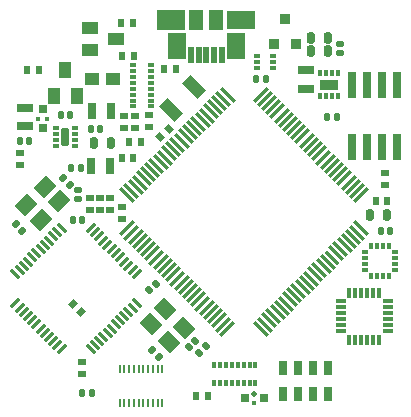
<source format=gtp>
G04 Layer_Color=8421504*
%FSLAX42Y42*%
%MOMM*%
G71*
G01*
G75*
%ADD65R,0.46X0.46*%
%ADD106R,0.56X0.66*%
%ADD107R,0.66X0.56*%
G04:AMPARAMS|DCode=108|XSize=0.56mm|YSize=0.66mm|CornerRadius=0mm|HoleSize=0mm|Usage=FLASHONLY|Rotation=225.000|XOffset=0mm|YOffset=0mm|HoleType=Round|Shape=Rectangle|*
%AMROTATEDRECTD108*
4,1,4,-0.04,0.43,0.43,-0.04,0.04,-0.43,-0.43,0.04,-0.04,0.43,0.0*
%
%ADD108ROTATEDRECTD108*%

%ADD109R,0.25X0.76*%
%ADD110R,0.36X0.56*%
%ADD111R,1.65X0.97*%
%ADD112R,0.66X0.66*%
G04:AMPARAMS|DCode=113|XSize=0.46mm|YSize=0.46mm|CornerRadius=0.13mm|HoleSize=0mm|Usage=FLASHONLY|Rotation=0.000|XOffset=0mm|YOffset=0mm|HoleType=Round|Shape=RoundedRectangle|*
%AMROUNDEDRECTD113*
21,1,0.46,0.20,0,0,0.0*
21,1,0.20,0.46,0,0,0.0*
1,1,0.25,0.10,-0.10*
1,1,0.25,-0.10,-0.10*
1,1,0.25,-0.10,0.10*
1,1,0.25,0.10,0.10*
%
%ADD113ROUNDEDRECTD113*%
%ADD114R,0.46X0.46*%
%ADD115R,0.66X0.66*%
G04:AMPARAMS|DCode=116|XSize=1.07mm|YSize=1.85mm|CornerRadius=0mm|HoleSize=0mm|Usage=FLASHONLY|Rotation=45.000|XOffset=0mm|YOffset=0mm|HoleType=Round|Shape=Rectangle|*
%AMROTATEDRECTD116*
4,1,4,0.28,-1.03,-1.03,0.28,-0.28,1.03,1.03,-0.28,0.28,-1.03,0.0*
%
%ADD116ROTATEDRECTD116*%

%ADD117R,0.86X0.97*%
G04:AMPARAMS|DCode=118|XSize=0.66mm|YSize=0.97mm|CornerRadius=0.18mm|HoleSize=0mm|Usage=FLASHONLY|Rotation=180.000|XOffset=0mm|YOffset=0mm|HoleType=Round|Shape=RoundedRectangle|*
%AMROUNDEDRECTD118*
21,1,0.66,0.61,0,0,180.0*
21,1,0.30,0.97,0,0,180.0*
1,1,0.36,-0.15,0.30*
1,1,0.36,0.15,0.30*
1,1,0.36,0.15,-0.30*
1,1,0.36,-0.15,-0.30*
%
%ADD118ROUNDEDRECTD118*%
G04:AMPARAMS|DCode=119|XSize=0.76mm|YSize=1.37mm|CornerRadius=0.2mm|HoleSize=0mm|Usage=FLASHONLY|Rotation=90.000|XOffset=0mm|YOffset=0mm|HoleType=Round|Shape=RoundedRectangle|*
%AMROUNDEDRECTD119*
21,1,0.76,0.97,0,0,90.0*
21,1,0.36,1.37,0,0,90.0*
1,1,0.41,0.48,0.18*
1,1,0.41,0.48,-0.18*
1,1,0.41,-0.48,-0.18*
1,1,0.41,-0.48,0.18*
%
%ADD119ROUNDEDRECTD119*%
G04:AMPARAMS|DCode=120|XSize=0.56mm|YSize=0.66mm|CornerRadius=0.15mm|HoleSize=0mm|Usage=FLASHONLY|Rotation=90.000|XOffset=0mm|YOffset=0mm|HoleType=Round|Shape=RoundedRectangle|*
%AMROUNDEDRECTD120*
21,1,0.56,0.36,0,0,90.0*
21,1,0.25,0.66,0,0,90.0*
1,1,0.30,0.18,0.13*
1,1,0.30,0.18,-0.13*
1,1,0.30,-0.18,-0.13*
1,1,0.30,-0.18,0.13*
%
%ADD120ROUNDEDRECTD120*%
G04:AMPARAMS|DCode=121|XSize=0.56mm|YSize=0.66mm|CornerRadius=0.15mm|HoleSize=0mm|Usage=FLASHONLY|Rotation=0.000|XOffset=0mm|YOffset=0mm|HoleType=Round|Shape=RoundedRectangle|*
%AMROUNDEDRECTD121*
21,1,0.56,0.36,0,0,0.0*
21,1,0.25,0.66,0,0,0.0*
1,1,0.30,0.13,-0.18*
1,1,0.30,-0.13,-0.18*
1,1,0.30,-0.13,0.18*
1,1,0.30,0.13,0.18*
%
%ADD121ROUNDEDRECTD121*%
%ADD122R,0.51X0.36*%
%ADD123R,0.36X0.51*%
%ADD124R,0.43X0.56*%
%ADD125R,0.30X0.56*%
%ADD126R,0.86X0.36*%
%ADD127R,0.36X0.86*%
%ADD128R,1.47X1.07*%
%ADD129R,0.56X0.43*%
%ADD130R,0.56X0.30*%
%ADD131R,1.07X1.47*%
%ADD132R,1.17X1.07*%
G04:AMPARAMS|DCode=133|XSize=0.76mm|YSize=1.37mm|CornerRadius=0.2mm|HoleSize=0mm|Usage=FLASHONLY|Rotation=0.000|XOffset=0mm|YOffset=0mm|HoleType=Round|Shape=RoundedRectangle|*
%AMROUNDEDRECTD133*
21,1,0.76,0.97,0,0,0.0*
21,1,0.36,1.37,0,0,0.0*
1,1,0.41,0.18,-0.48*
1,1,0.41,-0.18,-0.48*
1,1,0.41,-0.18,0.48*
1,1,0.41,0.18,0.48*
%
%ADD133ROUNDEDRECTD133*%
%ADD134R,0.56X0.36*%
G04:AMPARAMS|DCode=135|XSize=0.56mm|YSize=0.36mm|CornerRadius=0.09mm|HoleSize=0mm|Usage=FLASHONLY|Rotation=0.000|XOffset=0mm|YOffset=0mm|HoleType=Round|Shape=RoundedRectangle|*
%AMROUNDEDRECTD135*
21,1,0.56,0.18,0,0,0.0*
21,1,0.39,0.36,0,0,0.0*
1,1,0.17,0.19,-0.09*
1,1,0.17,-0.19,-0.09*
1,1,0.17,-0.19,0.09*
1,1,0.17,0.19,0.09*
%
%ADD135ROUNDEDRECTD135*%
G04:AMPARAMS|DCode=136|XSize=0.76mm|YSize=1.47mm|CornerRadius=0.17mm|HoleSize=0mm|Usage=FLASHONLY|Rotation=0.000|XOffset=0mm|YOffset=0mm|HoleType=Round|Shape=RoundedRectangle|*
%AMROUNDEDRECTD136*
21,1,0.76,1.14,0,0,0.0*
21,1,0.43,1.47,0,0,0.0*
1,1,0.34,0.21,-0.57*
1,1,0.34,-0.21,-0.57*
1,1,0.34,-0.21,0.57*
1,1,0.34,0.21,0.57*
%
%ADD136ROUNDEDRECTD136*%
%ADD137R,0.51X0.36*%
%ADD138R,0.66X2.26*%
G04:AMPARAMS|DCode=139|XSize=0.36mm|YSize=1.57mm|CornerRadius=0mm|HoleSize=0mm|Usage=FLASHONLY|Rotation=45.000|XOffset=0mm|YOffset=0mm|HoleType=Round|Shape=Rectangle|*
%AMROTATEDRECTD139*
4,1,4,0.43,-0.68,-0.68,0.43,-0.43,0.68,0.68,-0.43,0.43,-0.68,0.0*
%
%ADD139ROTATEDRECTD139*%

G04:AMPARAMS|DCode=140|XSize=1.57mm|YSize=0.36mm|CornerRadius=0mm|HoleSize=0mm|Usage=FLASHONLY|Rotation=45.000|XOffset=0mm|YOffset=0mm|HoleType=Round|Shape=Rectangle|*
%AMROTATEDRECTD140*
4,1,4,-0.43,-0.68,-0.68,-0.43,0.43,0.68,0.68,0.43,-0.43,-0.68,0.0*
%
%ADD140ROTATEDRECTD140*%

G04:AMPARAMS|DCode=141|XSize=0.36mm|YSize=1.55mm|CornerRadius=0mm|HoleSize=0mm|Usage=FLASHONLY|Rotation=45.000|XOffset=0mm|YOffset=0mm|HoleType=Round|Shape=Rectangle|*
%AMROTATEDRECTD141*
4,1,4,0.42,-0.67,-0.67,0.42,-0.42,0.67,0.67,-0.42,0.42,-0.67,0.0*
%
%ADD141ROTATEDRECTD141*%

%ADD142R,0.51X1.35*%
%ADD143R,1.55X2.16*%
%ADD144R,2.44X1.65*%
%ADD145R,2.44X1.66*%
%ADD146R,1.24X1.66*%
G04:AMPARAMS|DCode=147|XSize=0.56mm|YSize=0.66mm|CornerRadius=0.15mm|HoleSize=0mm|Usage=FLASHONLY|Rotation=315.000|XOffset=0mm|YOffset=0mm|HoleType=Round|Shape=RoundedRectangle|*
%AMROUNDEDRECTD147*
21,1,0.56,0.36,0,0,315.0*
21,1,0.25,0.66,0,0,315.0*
1,1,0.30,-0.04,-0.22*
1,1,0.30,-0.22,-0.04*
1,1,0.30,0.04,0.22*
1,1,0.30,0.22,0.04*
%
%ADD147ROUNDEDRECTD147*%
G04:AMPARAMS|DCode=148|XSize=1.47mm|YSize=1.27mm|CornerRadius=0mm|HoleSize=0mm|Usage=FLASHONLY|Rotation=45.000|XOffset=0mm|YOffset=0mm|HoleType=Round|Shape=Rectangle|*
%AMROTATEDRECTD148*
4,1,4,-0.07,-0.97,-0.97,-0.07,0.07,0.97,0.97,0.07,-0.07,-0.97,0.0*
%
%ADD148ROTATEDRECTD148*%

G04:AMPARAMS|DCode=149|XSize=1.07mm|YSize=0.3mm|CornerRadius=0mm|HoleSize=0mm|Usage=FLASHONLY|Rotation=225.000|XOffset=0mm|YOffset=0mm|HoleType=Round|Shape=Rectangle|*
%AMROTATEDRECTD149*
4,1,4,0.27,0.48,0.48,0.27,-0.27,-0.48,-0.48,-0.27,0.27,0.48,0.0*
%
%ADD149ROTATEDRECTD149*%

G04:AMPARAMS|DCode=150|XSize=0.3mm|YSize=1.07mm|CornerRadius=0mm|HoleSize=0mm|Usage=FLASHONLY|Rotation=225.000|XOffset=0mm|YOffset=0mm|HoleType=Round|Shape=Rectangle|*
%AMROTATEDRECTD150*
4,1,4,-0.27,0.48,0.48,-0.27,0.27,-0.48,-0.48,0.27,-0.27,0.48,0.0*
%
%ADD150ROTATEDRECTD150*%

G04:AMPARAMS|DCode=151|XSize=0.56mm|YSize=0.66mm|CornerRadius=0.15mm|HoleSize=0mm|Usage=FLASHONLY|Rotation=225.000|XOffset=0mm|YOffset=0mm|HoleType=Round|Shape=RoundedRectangle|*
%AMROUNDEDRECTD151*
21,1,0.56,0.36,0,0,225.0*
21,1,0.25,0.66,0,0,225.0*
1,1,0.30,-0.22,0.04*
1,1,0.30,-0.04,0.22*
1,1,0.30,0.22,-0.04*
1,1,0.30,0.04,-0.22*
%
%ADD151ROUNDEDRECTD151*%
%ADD152R,0.66X1.17*%
G04:AMPARAMS|DCode=153|XSize=1.47mm|YSize=1.27mm|CornerRadius=0mm|HoleSize=0mm|Usage=FLASHONLY|Rotation=135.000|XOffset=0mm|YOffset=0mm|HoleType=Round|Shape=Rectangle|*
%AMROTATEDRECTD153*
4,1,4,0.97,-0.07,0.07,-0.97,-0.97,0.07,-0.07,0.97,0.97,-0.07,0.0*
%
%ADD153ROTATEDRECTD153*%

G04:AMPARAMS|DCode=154|XSize=0.56mm|YSize=0.66mm|CornerRadius=0mm|HoleSize=0mm|Usage=FLASHONLY|Rotation=315.000|XOffset=0mm|YOffset=0mm|HoleType=Round|Shape=Rectangle|*
%AMROTATEDRECTD154*
4,1,4,-0.43,-0.04,0.04,0.43,0.43,0.04,-0.04,-0.43,-0.43,-0.04,0.0*
%
%ADD154ROTATEDRECTD154*%

D65*
X4696Y2873D02*
D03*
D106*
X4030Y5702D02*
D03*
X3929D02*
D03*
X5823Y4582D02*
D03*
X5723D02*
D03*
X3675Y5814D02*
D03*
X3575D02*
D03*
X3665Y6088D02*
D03*
X3564D02*
D03*
X3673Y4953D02*
D03*
X3572D02*
D03*
X3736Y5083D02*
D03*
X3636D02*
D03*
X2771Y5692D02*
D03*
X2872D02*
D03*
X4205Y2933D02*
D03*
X4306D02*
D03*
D107*
X3802Y5208D02*
D03*
Y5309D02*
D03*
X3386Y4507D02*
D03*
Y4608D02*
D03*
X3472Y4507D02*
D03*
Y4608D02*
D03*
X5806Y4818D02*
D03*
Y4718D02*
D03*
X3594Y5306D02*
D03*
Y5205D02*
D03*
X3686Y5306D02*
D03*
Y5205D02*
D03*
X2710Y4890D02*
D03*
Y4990D02*
D03*
X3238Y3223D02*
D03*
Y3122D02*
D03*
X3579Y4534D02*
D03*
Y4433D02*
D03*
X3302Y4608D02*
D03*
Y4507D02*
D03*
D108*
X3970Y5197D02*
D03*
X3899Y5125D02*
D03*
D109*
X3556Y3160D02*
D03*
Y2878D02*
D03*
X3596Y3160D02*
D03*
Y2878D02*
D03*
X3636Y3160D02*
D03*
Y2878D02*
D03*
X3676Y3160D02*
D03*
Y2878D02*
D03*
X3716Y3160D02*
D03*
Y2878D02*
D03*
X3757Y3160D02*
D03*
Y2878D02*
D03*
X3797Y3160D02*
D03*
Y2878D02*
D03*
X3838Y3160D02*
D03*
X3879D02*
D03*
X3917D02*
D03*
X3838Y2878D02*
D03*
X3879D02*
D03*
X3917D02*
D03*
D110*
X5406Y5474D02*
D03*
X5356D02*
D03*
X5306D02*
D03*
X5255D02*
D03*
Y5665D02*
D03*
X5306D02*
D03*
X5356D02*
D03*
X5406D02*
D03*
D111*
X5331Y5570D02*
D03*
D112*
X4616Y2913D02*
D03*
X4778D02*
D03*
D113*
X4696Y2954D02*
D03*
D114*
X2944Y5283D02*
D03*
X2863D02*
D03*
D115*
X2903Y5202D02*
D03*
Y5363D02*
D03*
D116*
X3988Y5354D02*
D03*
X4187Y5554D02*
D03*
D117*
X4861Y5917D02*
D03*
X5052D02*
D03*
X4956Y6129D02*
D03*
D118*
X5320Y5855D02*
D03*
X5180D02*
D03*
X5320Y5966D02*
D03*
X5180D02*
D03*
X3341Y5072D02*
D03*
X3481D02*
D03*
X5678Y4463D02*
D03*
X5818D02*
D03*
D119*
X5136Y5696D02*
D03*
X5136Y5536D02*
D03*
X2751Y5376D02*
D03*
Y5216D02*
D03*
D120*
X5423Y5835D02*
D03*
Y5915D02*
D03*
X3203Y4598D02*
D03*
Y4678D02*
D03*
D121*
X5849Y4331D02*
D03*
X5769D02*
D03*
X3136Y5314D02*
D03*
X3056D02*
D03*
X3310Y5194D02*
D03*
X3390D02*
D03*
X2791Y5093D02*
D03*
X2711D02*
D03*
X3319Y2959D02*
D03*
X3239D02*
D03*
X3228Y4864D02*
D03*
X3148D02*
D03*
X4712Y5621D02*
D03*
X4792D02*
D03*
X3238Y4427D02*
D03*
X3158D02*
D03*
X5394Y5298D02*
D03*
X5314D02*
D03*
D122*
X5888Y4002D02*
D03*
Y4052D02*
D03*
Y4153D02*
D03*
X5631Y4002D02*
D03*
Y4153D02*
D03*
Y4052D02*
D03*
Y4102D02*
D03*
X5888D02*
D03*
D123*
X5683Y3949D02*
D03*
X5834D02*
D03*
X5784D02*
D03*
X5683Y4206D02*
D03*
X5834D02*
D03*
X5784D02*
D03*
X5733Y3949D02*
D03*
Y4206D02*
D03*
D124*
X4354Y3198D02*
D03*
X4704D02*
D03*
Y3047D02*
D03*
X4354D02*
D03*
D125*
X4404Y3198D02*
D03*
X4454D02*
D03*
X4504D02*
D03*
X4554D02*
D03*
X4605D02*
D03*
X4656D02*
D03*
Y3047D02*
D03*
X4605D02*
D03*
X4554D02*
D03*
X4504D02*
D03*
X4454D02*
D03*
X4404D02*
D03*
D126*
X5426Y3736D02*
D03*
Y3686D02*
D03*
Y3635D02*
D03*
Y3584D02*
D03*
Y3534D02*
D03*
Y3484D02*
D03*
X5827D02*
D03*
Y3534D02*
D03*
Y3584D02*
D03*
Y3635D02*
D03*
Y3686D02*
D03*
Y3736D02*
D03*
D127*
X5501Y3409D02*
D03*
X5551D02*
D03*
X5601D02*
D03*
X5651D02*
D03*
X5702D02*
D03*
X5753D02*
D03*
Y3810D02*
D03*
X5702D02*
D03*
X5651D02*
D03*
X5601D02*
D03*
X5551D02*
D03*
X5501D02*
D03*
D128*
X3523Y5956D02*
D03*
X3301Y5860D02*
D03*
Y6051D02*
D03*
D129*
X3670Y5385D02*
D03*
Y5735D02*
D03*
X3822D02*
D03*
Y5385D02*
D03*
D130*
X3670Y5435D02*
D03*
Y5485D02*
D03*
Y5535D02*
D03*
Y5585D02*
D03*
Y5636D02*
D03*
Y5687D02*
D03*
X3822D02*
D03*
Y5636D02*
D03*
Y5585D02*
D03*
Y5535D02*
D03*
Y5485D02*
D03*
Y5435D02*
D03*
D131*
X3001Y5470D02*
D03*
X3193D02*
D03*
X3096Y5692D02*
D03*
D132*
X3496Y5621D02*
D03*
X3325D02*
D03*
D133*
X3471Y4877D02*
D03*
X3311D02*
D03*
X3481Y5344D02*
D03*
X3321D02*
D03*
D134*
X3016Y5199D02*
D03*
D135*
Y5149D02*
D03*
Y5098D02*
D03*
Y5048D02*
D03*
X3178D02*
D03*
Y5098D02*
D03*
Y5149D02*
D03*
Y5199D02*
D03*
D136*
X3096Y5123D02*
D03*
D137*
X4715Y5712D02*
D03*
Y5813D02*
D03*
Y5763D02*
D03*
X4851Y5712D02*
D03*
Y5763D02*
D03*
Y5813D02*
D03*
D138*
X5908Y5568D02*
D03*
X5781D02*
D03*
X5654D02*
D03*
X5527D02*
D03*
Y5044D02*
D03*
X5654D02*
D03*
X5781D02*
D03*
X5908D02*
D03*
D139*
X3620Y4635D02*
D03*
X3655Y4670D02*
D03*
X3691Y4705D02*
D03*
X3726Y4741D02*
D03*
X3762Y4776D02*
D03*
X3797Y4812D02*
D03*
X3832Y4847D02*
D03*
X3868Y4882D02*
D03*
X3903Y4918D02*
D03*
X3938Y4953D02*
D03*
X3974Y4988D02*
D03*
X4009Y5024D02*
D03*
X4044Y5059D02*
D03*
X4080Y5095D02*
D03*
X4116Y5131D02*
D03*
X4152Y5167D02*
D03*
X4186Y5201D02*
D03*
X4222Y5237D02*
D03*
X4258Y5273D02*
D03*
X4292Y5307D02*
D03*
X4328Y5343D02*
D03*
X4364Y5379D02*
D03*
X4398Y5413D02*
D03*
X4434Y5449D02*
D03*
X4470Y5485D02*
D03*
X5601Y4353D02*
D03*
X5566Y4317D02*
D03*
X5530Y4281D02*
D03*
X5495Y4247D02*
D03*
X5460Y4211D02*
D03*
X5424Y4175D02*
D03*
X5390Y4141D02*
D03*
X5318Y4069D02*
D03*
X5284Y4035D02*
D03*
X5248Y3999D02*
D03*
X5212Y3963D02*
D03*
X5176Y3928D02*
D03*
X5140Y3892D02*
D03*
X5105Y3857D02*
D03*
X5070Y3822D02*
D03*
X5034Y3786D02*
D03*
X4999Y3751D02*
D03*
X4964Y3715D02*
D03*
X4928Y3680D02*
D03*
X4893Y3645D02*
D03*
X4858Y3609D02*
D03*
X4822Y3574D02*
D03*
X4787Y3539D02*
D03*
X4752Y3503D02*
D03*
D140*
X4750Y5485D02*
D03*
X4786Y5449D02*
D03*
X4822Y5413D02*
D03*
X4856Y5379D02*
D03*
X4892Y5343D02*
D03*
X4928Y5307D02*
D03*
X4962Y5273D02*
D03*
X4998Y5237D02*
D03*
X5034Y5201D02*
D03*
X5068Y5167D02*
D03*
X5104Y5131D02*
D03*
X5140Y5095D02*
D03*
X5176Y5059D02*
D03*
X5211Y5024D02*
D03*
X5247Y4988D02*
D03*
X5282Y4953D02*
D03*
X5317Y4918D02*
D03*
X5353Y4882D02*
D03*
X5388Y4847D02*
D03*
X5423Y4812D02*
D03*
X5459Y4776D02*
D03*
X5494Y4741D02*
D03*
X5529Y4705D02*
D03*
X5565Y4670D02*
D03*
X5600Y4635D02*
D03*
X4469Y3503D02*
D03*
X4433Y3539D02*
D03*
X4398Y3574D02*
D03*
X4363Y3609D02*
D03*
X4327Y3645D02*
D03*
X4292Y3680D02*
D03*
X4257Y3715D02*
D03*
X4221Y3751D02*
D03*
X4186Y3786D02*
D03*
X4150Y3822D02*
D03*
X4115Y3857D02*
D03*
X4080Y3892D02*
D03*
X4044Y3928D02*
D03*
X4008Y3963D02*
D03*
X3973Y3999D02*
D03*
X3937Y4035D02*
D03*
X3903Y4069D02*
D03*
X3867Y4105D02*
D03*
X3831Y4141D02*
D03*
X3797Y4175D02*
D03*
X3761Y4211D02*
D03*
X3725Y4247D02*
D03*
X3691Y4281D02*
D03*
X3655Y4317D02*
D03*
X3619Y4353D02*
D03*
D141*
X5354Y4105D02*
D03*
D142*
X4290Y5824D02*
D03*
X4356D02*
D03*
X4225D02*
D03*
X4160D02*
D03*
X4422D02*
D03*
D143*
X4542Y5895D02*
D03*
X4040D02*
D03*
D144*
X4587Y6117D02*
D03*
D145*
X3995D02*
D03*
D146*
X4206D02*
D03*
X4374D02*
D03*
D147*
X2677Y4387D02*
D03*
X2733Y4330D02*
D03*
X3078Y4776D02*
D03*
X3135Y4719D02*
D03*
X3830Y3323D02*
D03*
X3887Y3266D02*
D03*
D148*
X2764Y4548D02*
D03*
X2921Y4704D02*
D03*
X2886Y4426D02*
D03*
X3042Y4583D02*
D03*
D149*
X3311Y4356D02*
D03*
X3347Y4320D02*
D03*
X3382Y4285D02*
D03*
X3418Y4250D02*
D03*
X3453Y4214D02*
D03*
X3488Y4179D02*
D03*
X3524Y4143D02*
D03*
X3560Y4107D02*
D03*
X3596Y4071D02*
D03*
X3630Y4037D02*
D03*
X3666Y4001D02*
D03*
X3702Y3965D02*
D03*
X3064Y3328D02*
D03*
X3028Y3363D02*
D03*
X2992Y3399D02*
D03*
X2958Y3434D02*
D03*
X2922Y3469D02*
D03*
X2886Y3505D02*
D03*
X2850Y3541D02*
D03*
X2815Y3576D02*
D03*
X2780Y3612D02*
D03*
X2744Y3647D02*
D03*
X2709Y3682D02*
D03*
X2674Y3718D02*
D03*
D150*
X3702D02*
D03*
X3666Y3682D02*
D03*
X3631Y3647D02*
D03*
X3596Y3612D02*
D03*
X3560Y3576D02*
D03*
X3525Y3541D02*
D03*
X3489Y3505D02*
D03*
X3454Y3469D02*
D03*
X3418Y3434D02*
D03*
X3383Y3399D02*
D03*
X3348Y3363D02*
D03*
X3312Y3328D02*
D03*
X2674Y3965D02*
D03*
X2710Y4001D02*
D03*
X2746Y4037D02*
D03*
X2780Y4071D02*
D03*
X2816Y4107D02*
D03*
X2852Y4143D02*
D03*
X2887Y4179D02*
D03*
X2923Y4214D02*
D03*
X2958Y4250D02*
D03*
X2993Y4285D02*
D03*
X3029Y4320D02*
D03*
X3064Y4356D02*
D03*
D151*
X3861Y3884D02*
D03*
X3805Y3827D02*
D03*
X4283Y3353D02*
D03*
X4226Y3297D02*
D03*
X4140Y3345D02*
D03*
X4196Y3401D02*
D03*
D152*
X4940Y3172D02*
D03*
X5065D02*
D03*
X5191D02*
D03*
X5316D02*
D03*
Y2951D02*
D03*
X5191D02*
D03*
X5065D02*
D03*
X4940D02*
D03*
D153*
X3977Y3389D02*
D03*
X3820Y3546D02*
D03*
X4098Y3510D02*
D03*
X3941Y3667D02*
D03*
D154*
X3229Y3645D02*
D03*
X3157Y3716D02*
D03*
M02*

</source>
